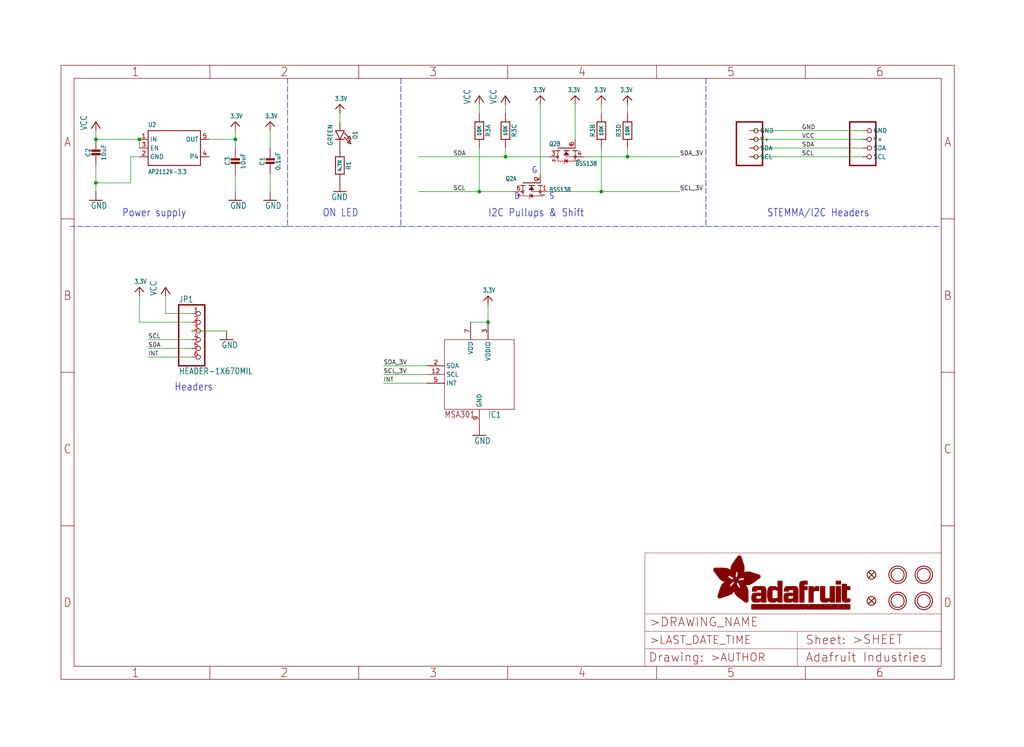
<source format=kicad_sch>
(kicad_sch (version 20211123) (generator eeschema)
  (paper "User" 298.45 217.881)
  (lib_symbols
    (symbol "schematicEagle-eagle-import:3.3V" (power)
      (property "Value" "3.3V" (at -1.524 1.016 0))
      (symbol "3.3V_1_0"
        (pin power_in line (at 0 -2.54 90) (length 2.54) (name "3.3V") (number "1"))
      )
    )
    (symbol "schematicEagle-eagle-import:CAP_CERAMIC0603_NO"
      (property "Reference" "C" (at -2.29 1.25 90))
      (property "Value" "CAP_CERAMIC0603_NO" (at 2.3 1.25 90))
      (symbol "CAP_CERAMIC0603_NO_1_0"
        (pin passive line (at 0 5.08 270) (length 2.54) (name "1") (number "1"))
        (pin passive line (at 0 -2.54 90) (length 2.54) (name "2") (number "2"))
      )
    )
    (symbol "schematicEagle-eagle-import:CAP_CERAMIC0805-NOOUTLINE"
      (property "Reference" "C" (at -2.29 1.25 90))
      (property "Value" "CAP_CERAMIC0805-NOOUTLINE" (at 2.3 1.25 90))
      (symbol "CAP_CERAMIC0805-NOOUTLINE_1_0"
        (pin passive line (at 0 5.08 270) (length 2.54) (name "1") (number "1"))
        (pin passive line (at 0 -2.54 90) (length 2.54) (name "2") (number "2"))
      )
    )
    (symbol "schematicEagle-eagle-import:FIDUCIAL_1MM")
    (symbol "schematicEagle-eagle-import:FRAME_A4_ADAFRUIT"
      (symbol "FRAME_A4_ADAFRUIT_0_0"
        (text "1" (at 21.6958 1.905 0) (effects (font (size 2.54 2.286))))
        (text "1" (at 21.6958 177.165 0) (effects (font (size 2.54 2.286))))
        (text "2" (at 65.0875 1.905 0) (effects (font (size 2.54 2.286))))
        (text "2" (at 65.0875 177.165 0) (effects (font (size 2.54 2.286))))
        (text "3" (at 108.4792 1.905 0) (effects (font (size 2.54 2.286))))
        (text "3" (at 108.4792 177.165 0) (effects (font (size 2.54 2.286))))
        (text "4" (at 151.8708 1.905 0) (effects (font (size 2.54 2.286))))
        (text "4" (at 151.8708 177.165 0) (effects (font (size 2.54 2.286))))
        (text "5" (at 195.2625 1.905 0) (effects (font (size 2.54 2.286))))
        (text "5" (at 195.2625 177.165 0) (effects (font (size 2.54 2.286))))
        (text "6" (at 238.6542 1.905 0) (effects (font (size 2.54 2.286))))
        (text "6" (at 238.6542 177.165 0) (effects (font (size 2.54 2.286))))
        (text "A" (at 1.905 156.6863 0) (effects (font (size 2.54 2.286))))
        (text "A" (at 258.445 156.6863 0) (effects (font (size 2.54 2.286))))
        (text "B" (at 1.905 111.9188 0) (effects (font (size 2.54 2.286))))
        (text "B" (at 258.445 111.9188 0) (effects (font (size 2.54 2.286))))
        (text "C" (at 1.905 67.1513 0) (effects (font (size 2.54 2.286))))
        (text "C" (at 258.445 67.1513 0) (effects (font (size 2.54 2.286))))
        (text "D" (at 1.905 22.3838 0) (effects (font (size 2.54 2.286))))
        (text "D" (at 258.445 22.3838 0) (effects (font (size 2.54 2.286))))
      )
      (symbol "FRAME_A4_ADAFRUIT_1_0"
        (text ">AUTHOR" (at 189.23 5.08 0) (effects (font (size 2.286 2.286)) (justify left bottom)))
        (text ">DRAWING_NAME" (at 171.45 15.24 0) (effects (font (size 2.54 2.54)) (justify left bottom)))
        (text ">LAST_DATE_TIME" (at 171.45 10.16 0) (effects (font (size 2.286 2.286)) (justify left bottom)))
        (text ">SHEET" (at 230.505 10.16 0) (effects (font (size 2.54 2.54)) (justify left bottom)))
        (text "Adafruit Industries" (at 216.916 4.953 0) (effects (font (size 2.54 2.54)) (justify left bottom)))
        (text "Drawing:" (at 171.196 4.953 0) (effects (font (size 2.54 2.54)) (justify left bottom)))
        (text "Sheet:" (at 216.916 10.033 0) (effects (font (size 2.54 2.54)) (justify left bottom)))
      )
    )
    (symbol "schematicEagle-eagle-import:GND" (power)
      (property "Value" "GND" (at -2.54 -2.54 0))
      (symbol "GND_1_0"
        (pin power_in line (at 0 2.54 270) (length 2.54) (name "GND") (number "1"))
      )
    )
    (symbol "schematicEagle-eagle-import:HEADER-1X670MIL"
      (property "Reference" "JP" (at -6.35 10.795 0))
      (property "Value" "HEADER-1X670MIL" (at -6.35 -10.16 0))
      (symbol "HEADER-1X670MIL_1_0"
        (pin passive inverted (at -2.54 7.62 0) (length 2.54) (name "1") (number "1"))
        (pin passive inverted (at -2.54 5.08 0) (length 2.54) (name "2") (number "2"))
        (pin passive inverted (at -2.54 2.54 0) (length 2.54) (name "3") (number "3"))
        (pin passive inverted (at -2.54 0 0) (length 2.54) (name "4") (number "4"))
        (pin passive inverted (at -2.54 -2.54 0) (length 2.54) (name "5") (number "5"))
        (pin passive inverted (at -2.54 -5.08 0) (length 2.54) (name "6") (number "6"))
      )
    )
    (symbol "schematicEagle-eagle-import:LED0603_NOOUTLINE"
      (property "Reference" "D" (at -1.27 4.445 0))
      (property "Value" "LED0603_NOOUTLINE" (at -1.27 -2.794 0))
      (symbol "LED0603_NOOUTLINE_1_0"
        (pin passive line (at -5.08 0 0) (length 2.54) (name "A") (number "A"))
        (pin passive line (at 2.54 0 180) (length 2.54) (name "C") (number "C"))
      )
    )
    (symbol "schematicEagle-eagle-import:MOSFET-N_DUAL"
      (property "Reference" "Q" (at 5.08 0.635 0))
      (property "Value" "MOSFET-N_DUAL" (at 5.08 -1.27 0))
      (symbol "MOSFET-N_DUAL_1_0"
        (text "D" (at 3.175 3.175 0) (effects (font (size 0.8128 0.6908)) (justify left bottom)))
        (text "G" (at -1.27 -1.905 0) (effects (font (size 0.8128 0.6908)) (justify left bottom)))
        (text "S" (at 3.175 -3.81 0) (effects (font (size 0.8128 0.6908)) (justify left bottom)))
        (pin bidirectional line (at 2.54 -5.08 90) (length 2.54) (name "S") (number "1"))
        (pin bidirectional line (at -2.54 -2.54 0) (length 2.54) (name "G") (number "2"))
        (pin bidirectional line (at 2.54 5.08 270) (length 2.54) (name "D") (number "6"))
      )
      (symbol "MOSFET-N_DUAL_2_0"
        (text "D" (at 3.175 3.175 0) (effects (font (size 0.8128 0.6908)) (justify left bottom)))
        (text "G" (at -1.27 -1.905 0) (effects (font (size 0.8128 0.6908)) (justify left bottom)))
        (text "S" (at 3.175 -3.81 0) (effects (font (size 0.8128 0.6908)) (justify left bottom)))
        (pin bidirectional line (at 2.54 5.08 270) (length 2.54) (name "D") (number "3"))
        (pin bidirectional line (at 2.54 -5.08 90) (length 2.54) (name "S") (number "4"))
        (pin bidirectional line (at -2.54 -2.54 0) (length 2.54) (name "G") (number "5"))
      )
    )
    (symbol "schematicEagle-eagle-import:MOUNTINGHOLE2.5")
    (symbol "schematicEagle-eagle-import:MSA301"
      (property "Reference" "IC" (at 2.54 -12.7 0))
      (symbol "MSA301_1_0"
        (text "MSA301" (at -10.16 -12.7 0) (effects (font (size 1.778 1.5113)) (justify left bottom)))
        (pin bidirectional line (at -15.24 0 0) (length 5.08) (name "SCL") (number "12"))
        (pin bidirectional line (at -15.24 2.54 0) (length 5.08) (name "SDA") (number "2"))
        (pin power_in line (at 2.54 15.24 270) (length 5.08) (name "VDDIO") (number "3"))
        (pin output line (at -15.24 -2.54 0) (length 5.08) (name "INT") (number "5"))
        (pin power_in line (at -2.54 15.24 270) (length 5.08) (name "VDD") (number "7"))
        (pin power_in line (at 0 -15.24 90) (length 5.08) (name "GND") (number "9"))
      )
    )
    (symbol "schematicEagle-eagle-import:RESISTOR_0603_NOOUT"
      (property "Reference" "R" (at 0 2.54 0))
      (property "Value" "RESISTOR_0603_NOOUT" (at 0 0 0))
      (symbol "RESISTOR_0603_NOOUT_1_0"
        (pin passive line (at -5.08 0 0) (length 2.54) (name "1") (number "1"))
        (pin passive line (at 5.08 0 180) (length 2.54) (name "2") (number "2"))
      )
    )
    (symbol "schematicEagle-eagle-import:RESISTOR_4PACK"
      (property "Reference" "R" (at 0 2.54 0))
      (property "Value" "RESISTOR_4PACK" (at 0 0 0))
      (symbol "RESISTOR_4PACK_1_0"
        (pin passive line (at -5.08 0 0) (length 2.54) (name "1") (number "1"))
        (pin passive line (at 5.08 0 180) (length 2.54) (name "2") (number "8"))
      )
      (symbol "RESISTOR_4PACK_2_0"
        (pin passive line (at -5.08 0 0) (length 2.54) (name "1") (number "2"))
        (pin passive line (at 5.08 0 180) (length 2.54) (name "2") (number "7"))
      )
      (symbol "RESISTOR_4PACK_3_0"
        (pin passive line (at -5.08 0 0) (length 2.54) (name "1") (number "3"))
        (pin passive line (at 5.08 0 180) (length 2.54) (name "2") (number "6"))
      )
      (symbol "RESISTOR_4PACK_4_0"
        (pin passive line (at -5.08 0 0) (length 2.54) (name "1") (number "4"))
        (pin passive line (at 5.08 0 180) (length 2.54) (name "2") (number "5"))
      )
    )
    (symbol "schematicEagle-eagle-import:STEMMA_I2C_QT"
      (symbol "STEMMA_I2C_QT_1_0"
        (pin passive inverted (at 0 5.08 0) (length 2.54) (name "GND") (number "1"))
        (pin passive inverted (at 0 2.54 0) (length 2.54) (name "V+") (number "2"))
        (pin passive inverted (at 0 0 0) (length 2.54) (name "SDA") (number "3"))
        (pin passive inverted (at 0 -2.54 0) (length 2.54) (name "SCL") (number "4"))
      )
      (symbol "STEMMA_I2C_QT_2_0"
        (pin bidirectional line (at 0 0 0) (length 5.08) (name "MT") (number "MT1"))
      )
      (symbol "STEMMA_I2C_QT_3_0"
        (pin bidirectional line (at 0 0 0) (length 5.08) (name "MT") (number "MT2"))
      )
    )
    (symbol "schematicEagle-eagle-import:VCC" (power)
      (property "Value" "VCC" (at -2.54 -2.54 90))
      (symbol "VCC_1_0"
        (pin power_in line (at 0 -2.54 90) (length 2.54) (name "VCC") (number "1"))
      )
    )
    (symbol "schematicEagle-eagle-import:VREG_SOT23-5"
      (property "Reference" "U" (at -7.62 6.096 0))
      (property "Value" "VREG_SOT23-5" (at -7.62 -7.62 0))
      (symbol "VREG_SOT23-5_1_0"
        (pin power_in line (at -10.16 2.54 0) (length 2.54) (name "IN") (number "1"))
        (pin power_in line (at -10.16 -2.54 0) (length 2.54) (name "GND") (number "2"))
        (pin input line (at -10.16 0 0) (length 2.54) (name "EN") (number "3"))
        (pin bidirectional line (at 10.16 -2.54 180) (length 2.54) (name "P4") (number "4"))
        (pin power_in line (at 10.16 2.54 180) (length 2.54) (name "OUT") (number "5"))
      )
    )
  )
  (junction (at 147.32 45.72))
  (junction (at 27.94 53.34))
  (junction (at 175.26 55.88))
  (junction (at 40.64 40.64))
  (junction (at 68.58 40.64))
  (junction (at 142.24 93.98))
  (junction (at 139.7 55.88))
  (junction (at 27.94 40.64))
  (junction (at 182.88 45.72))
  (wire (pts (xy 40.64 40.64) (xy 27.94 40.64)))
  (wire (pts (xy 68.58 40.64) (xy 68.58 38.1)))
  (wire (pts (xy 55.88 96.52) (xy 66.04 96.52)))
  (wire (pts (xy 124.46 106.68) (xy 111.76 106.68)))
  (wire (pts (xy 175.26 33.02) (xy 175.26 30.48)))
  (wire (pts (xy 251.46 38.1) (xy 218.44 38.1)))
  (polyline (pts (xy 116.84 22.86) (xy 116.84 66.04)))
  (wire (pts (xy 124.46 111.76) (xy 111.76 111.76)))
  (wire (pts (xy 40.64 45.72) (xy 38.1 45.72)))
  (wire (pts (xy 139.7 43.18) (xy 139.7 55.88)))
  (wire (pts (xy 68.58 50.8) (xy 68.58 55.88)))
  (wire (pts (xy 149.86 55.88) (xy 139.7 55.88)))
  (wire (pts (xy 55.88 93.98) (xy 40.64 93.98)))
  (polyline (pts (xy 83.82 22.86) (xy 83.82 66.04)))
  (wire (pts (xy 27.94 53.34) (xy 27.94 55.88)))
  (wire (pts (xy 147.32 33.02) (xy 147.32 30.48)))
  (wire (pts (xy 147.32 43.18) (xy 147.32 45.72)))
  (wire (pts (xy 147.32 45.72) (xy 121.92 45.72)))
  (wire (pts (xy 40.64 93.98) (xy 40.64 86.36)))
  (wire (pts (xy 139.7 30.48) (xy 139.7 33.02)))
  (polyline (pts (xy 20.32 66.04) (xy 83.82 66.04)))
  (polyline (pts (xy 83.82 66.04) (xy 116.84 66.04)))
  (wire (pts (xy 175.26 55.88) (xy 198.12 55.88)))
  (wire (pts (xy 182.88 43.18) (xy 182.88 45.72)))
  (wire (pts (xy 48.26 91.44) (xy 48.26 86.36)))
  (polyline (pts (xy 205.74 22.86) (xy 205.74 66.04)))
  (wire (pts (xy 160.02 55.88) (xy 175.26 55.88)))
  (wire (pts (xy 68.58 40.64) (xy 68.58 43.18)))
  (wire (pts (xy 218.44 45.72) (xy 251.46 45.72)))
  (wire (pts (xy 139.7 55.88) (xy 121.92 55.88)))
  (wire (pts (xy 60.96 40.64) (xy 68.58 40.64)))
  (wire (pts (xy 27.94 53.34) (xy 27.94 48.26)))
  (wire (pts (xy 175.26 43.18) (xy 175.26 55.88)))
  (wire (pts (xy 27.94 38.1) (xy 27.94 40.64)))
  (wire (pts (xy 55.88 91.44) (xy 48.26 91.44)))
  (wire (pts (xy 38.1 45.72) (xy 38.1 53.34)))
  (wire (pts (xy 40.64 43.18) (xy 40.64 40.64)))
  (polyline (pts (xy 205.74 66.04) (xy 274.32 66.04)))
  (wire (pts (xy 99.06 35.56) (xy 99.06 33.02)))
  (wire (pts (xy 170.18 45.72) (xy 182.88 45.72)))
  (wire (pts (xy 160.02 45.72) (xy 147.32 45.72)))
  (wire (pts (xy 111.76 109.22) (xy 124.46 109.22)))
  (wire (pts (xy 55.88 101.6) (xy 43.18 101.6)))
  (polyline (pts (xy 116.84 66.04) (xy 205.74 66.04)))
  (wire (pts (xy 157.48 50.8) (xy 157.48 30.48)))
  (wire (pts (xy 78.74 38.1) (xy 78.74 43.18)))
  (wire (pts (xy 137.16 93.98) (xy 142.24 93.98)))
  (wire (pts (xy 78.74 50.8) (xy 78.74 55.88)))
  (wire (pts (xy 38.1 53.34) (xy 27.94 53.34)))
  (wire (pts (xy 142.24 93.98) (xy 142.24 88.9)))
  (wire (pts (xy 218.44 40.64) (xy 251.46 40.64)))
  (wire (pts (xy 182.88 33.02) (xy 182.88 30.48)))
  (wire (pts (xy 55.88 104.14) (xy 43.18 104.14)))
  (wire (pts (xy 251.46 43.18) (xy 218.44 43.18)))
  (wire (pts (xy 55.88 99.06) (xy 43.18 99.06)))
  (wire (pts (xy 167.64 40.64) (xy 167.64 30.48)))
  (wire (pts (xy 182.88 45.72) (xy 198.12 45.72)))
  (text "I2C Pullups & Shift" (at 142.24 63.5 180) (effects (font (size 2.1844 1.8567)) (justify left bottom)))
  (text "S" (at 160.02 58.42 180) (effects (font (size 1.778 1.5113)) (justify left bottom)))
  (text "Power supply" (at 35.56 63.5 180) (effects (font (size 2.1844 1.8567)) (justify left bottom)))
  (text "STEMMA/I2C Headers" (at 223.52 63.5 180) (effects (font (size 2.1844 1.8567)) (justify left bottom)))
  (text "ON LED" (at 93.98 63.5 180) (effects (font (size 2.1844 1.8567)) (justify left bottom)))
  (text "Headers" (at 50.8 114.3 180) (effects (font (size 2.1844 1.8567)) (justify left bottom)))
  (text "D" (at 149.86 58.42 180) (effects (font (size 1.778 1.5113)) (justify left bottom)))
  (text "G" (at 154.94 50.8 180) (effects (font (size 1.778 1.5113)) (justify left bottom)))
  (label "INT" (at 111.76 111.76 0) (effects (font (size 1.2446 1.2446))))
  (label "SCL" (at 233.68 45.72 0) (effects (font (size 1.2446 1.2446))))
  (label "SCL_3V" (at 198.12 55.88 0) (effects (font (size 1.2446 1.2446))))
  (label "VCC" (at 233.68 40.64 0) (effects (font (size 1.2446 1.2446))))
  (label "SDA_3V" (at 111.76 106.68 0) (effects (font (size 1.2446 1.2446))))
  (label "SDA" (at 132.08 45.72 0) (effects (font (size 1.2446 1.2446))))
  (label "INT" (at 43.18 104.14 0) (effects (font (size 1.2446 1.2446))))
  (label "SDA_3V" (at 198.12 45.72 0) (effects (font (size 1.2446 1.2446))))
  (label "SCL" (at 132.08 55.88 0) (effects (font (size 1.2446 1.2446))))
  (label "SDA" (at 43.18 101.6 0) (effects (font (size 1.2446 1.2446))))
  (label "SCL" (at 43.18 99.06 0) (effects (font (size 1.2446 1.2446))))
  (label "SDA" (at 233.68 43.18 0) (effects (font (size 1.2446 1.2446))))
  (label "GND" (at 233.68 38.1 0) (effects (font (size 1.2446 1.2446))))
  (label "SCL_3V" (at 111.76 109.22 0) (effects (font (size 1.2446 1.2446))))
  (symbol (lib_id "schematicEagle-eagle-import:GND") (at 139.7 127 0) (unit 1)
    (property "Reference" "#U$11" (effects hide))
    (property "Value" "GND" (at 138.176 129.54 0) (effects (font (size 1.778 1.5113)) (justify left bottom)))
    (property "Footprint" "schematicEagle:" (effects hide))
  )
  (symbol (lib_id "schematicEagle-eagle-import:MOUNTINGHOLE2.5") (at 261.62 175.26 0) (unit 1)
    (property "Reference" "U$1" (effects hide))
    (property "Value" "MOUNTINGHOLE2.5" (effects hide))
    (property "Footprint" "schematicEagle:MOUNTINGHOLE_2.5_PLATED" (effects hide))
  )
  (symbol (lib_id "schematicEagle-eagle-import:RESISTOR_4PACK") (at 147.32 38.1 270) (unit 3)
    (property "Reference" "R3" (at 149.86 38.1 0))
    (property "Value" "10K" (at 147.32 38.1 0) (effects (font (size 1.016 1.016) bold)))
    (property "Footprint" "schematicEagle:RESPACK_4X0603" (effects hide))
  )
  (symbol (lib_id "schematicEagle-eagle-import:RESISTOR_4PACK") (at 175.26 38.1 90) (mirror x) (unit 2)
    (property "Reference" "R3" (at 172.72 38.1 0))
    (property "Value" "10K" (at 175.26 38.1 0) (effects (font (size 1.016 1.016) bold)))
    (property "Footprint" "schematicEagle:RESPACK_4X0603" (effects hide))
  )
  (symbol (lib_id "schematicEagle-eagle-import:RESISTOR_4PACK") (at 139.7 38.1 270) (unit 1)
    (property "Reference" "R3" (at 142.24 38.1 0))
    (property "Value" "10K" (at 139.7 38.1 0) (effects (font (size 1.016 1.016) bold)))
    (property "Footprint" "schematicEagle:RESPACK_4X0603" (effects hide))
  )
  (symbol (lib_id "schematicEagle-eagle-import:3.3V") (at 175.26 27.94 0) (mirror y) (unit 1)
    (property "Reference" "#U$24" (effects hide))
    (property "Value" "3.3V" (at 176.784 26.924 0) (effects (font (size 1.27 1.0795)) (justify left bottom)))
    (property "Footprint" "schematicEagle:" (effects hide))
  )
  (symbol (lib_id "schematicEagle-eagle-import:VCC") (at 27.94 35.56 0) (unit 1)
    (property "Reference" "#P+3" (effects hide))
    (property "Value" "VCC" (at 25.4 38.1 90) (effects (font (size 1.778 1.5113)) (justify left bottom)))
    (property "Footprint" "schematicEagle:" (effects hide))
  )
  (symbol (lib_id "schematicEagle-eagle-import:3.3V") (at 99.06 30.48 0) (unit 1)
    (property "Reference" "#U$3" (effects hide))
    (property "Value" "3.3V" (at 97.536 29.464 0) (effects (font (size 1.27 1.0795)) (justify left bottom)))
    (property "Footprint" "schematicEagle:" (effects hide))
  )
  (symbol (lib_id "schematicEagle-eagle-import:3.3V") (at 68.58 35.56 0) (unit 1)
    (property "Reference" "#U$15" (effects hide))
    (property "Value" "3.3V" (at 67.056 34.544 0) (effects (font (size 1.27 1.0795)) (justify left bottom)))
    (property "Footprint" "schematicEagle:" (effects hide))
  )
  (symbol (lib_id "schematicEagle-eagle-import:VCC") (at 48.26 83.82 0) (unit 1)
    (property "Reference" "#P+4" (effects hide))
    (property "Value" "VCC" (at 45.72 86.36 90) (effects (font (size 1.778 1.5113)) (justify left bottom)))
    (property "Footprint" "schematicEagle:" (effects hide))
  )
  (symbol (lib_id "schematicEagle-eagle-import:CAP_CERAMIC0805-NOOUTLINE") (at 27.94 45.72 0) (unit 1)
    (property "Reference" "C2" (at 25.65 44.47 90))
    (property "Value" "10uF" (at 30.24 44.47 90))
    (property "Footprint" "schematicEagle:0805-NO" (effects hide))
  )
  (symbol (lib_id "schematicEagle-eagle-import:GND") (at 78.74 58.42 0) (unit 1)
    (property "Reference" "#U$6" (effects hide))
    (property "Value" "GND" (at 77.216 60.96 0) (effects (font (size 1.778 1.5113)) (justify left bottom)))
    (property "Footprint" "schematicEagle:" (effects hide))
  )
  (symbol (lib_id "schematicEagle-eagle-import:VCC") (at 139.7 27.94 0) (unit 1)
    (property "Reference" "#P+1" (effects hide))
    (property "Value" "VCC" (at 137.16 30.48 90) (effects (font (size 1.778 1.5113)) (justify left bottom)))
    (property "Footprint" "schematicEagle:" (effects hide))
  )
  (symbol (lib_id "schematicEagle-eagle-import:MOUNTINGHOLE2.5") (at 261.62 167.64 0) (unit 1)
    (property "Reference" "U$17" (effects hide))
    (property "Value" "MOUNTINGHOLE2.5" (effects hide))
    (property "Footprint" "schematicEagle:MOUNTINGHOLE_2.5_PLATED" (effects hide))
  )
  (symbol (lib_id "schematicEagle-eagle-import:GND") (at 68.58 58.42 0) (unit 1)
    (property "Reference" "#U$5" (effects hide))
    (property "Value" "GND" (at 67.056 60.96 0) (effects (font (size 1.778 1.5113)) (justify left bottom)))
    (property "Footprint" "schematicEagle:" (effects hide))
  )
  (symbol (lib_id "schematicEagle-eagle-import:FIDUCIAL_1MM") (at 254 175.26 0) (unit 1)
    (property "Reference" "FID3" (effects hide))
    (property "Value" "FIDUCIAL_1MM" (effects hide))
    (property "Footprint" "schematicEagle:FIDUCIAL_1MM" (effects hide))
  )
  (symbol (lib_id "schematicEagle-eagle-import:CAP_CERAMIC0805-NOOUTLINE") (at 68.58 48.26 0) (unit 1)
    (property "Reference" "C3" (at 66.29 47.01 90))
    (property "Value" "10uF" (at 70.88 47.01 90))
    (property "Footprint" "schematicEagle:0805-NO" (effects hide))
  )
  (symbol (lib_id "schematicEagle-eagle-import:3.3V") (at 182.88 27.94 0) (mirror y) (unit 1)
    (property "Reference" "#U$7" (effects hide))
    (property "Value" "3.3V" (at 184.404 26.924 0) (effects (font (size 1.27 1.0795)) (justify left bottom)))
    (property "Footprint" "schematicEagle:" (effects hide))
  )
  (symbol (lib_id "schematicEagle-eagle-import:MSA301") (at 139.7 109.22 0) (unit 1)
    (property "Reference" "IC1" (at 142.24 121.92 0) (effects (font (size 1.778 1.5113)) (justify left bottom)))
    (property "Value" "MSA301" (effects hide))
    (property "Footprint" "schematicEagle:LGA12_2X2MM" (effects hide))
  )
  (symbol (lib_id "schematicEagle-eagle-import:3.3V") (at 78.74 35.56 0) (unit 1)
    (property "Reference" "#U$14" (effects hide))
    (property "Value" "3.3V" (at 77.216 34.544 0) (effects (font (size 1.27 1.0795)) (justify left bottom)))
    (property "Footprint" "schematicEagle:" (effects hide))
  )
  (symbol (lib_id "schematicEagle-eagle-import:MOUNTINGHOLE2.5") (at 269.24 167.64 0) (unit 1)
    (property "Reference" "U$19" (effects hide))
    (property "Value" "MOUNTINGHOLE2.5" (effects hide))
    (property "Footprint" "schematicEagle:MOUNTINGHOLE_2.5_PLATED" (effects hide))
  )
  (symbol (lib_id "schematicEagle-eagle-import:GND") (at 66.04 99.06 0) (unit 1)
    (property "Reference" "#U$10" (effects hide))
    (property "Value" "GND" (at 64.516 101.6 0) (effects (font (size 1.778 1.5113)) (justify left bottom)))
    (property "Footprint" "schematicEagle:" (effects hide))
  )
  (symbol (lib_id "schematicEagle-eagle-import:LED0603_NOOUTLINE") (at 99.06 40.64 270) (unit 1)
    (property "Reference" "D1" (at 103.505 39.37 0))
    (property "Value" "GREEN" (at 96.266 39.37 0))
    (property "Footprint" "schematicEagle:CHIPLED_0603_NOOUTLINE" (effects hide))
  )
  (symbol (lib_id "schematicEagle-eagle-import:RESISTOR_0603_NOOUT") (at 99.06 48.26 270) (unit 1)
    (property "Reference" "R1" (at 101.6 48.26 0))
    (property "Value" "4.7K" (at 99.06 48.26 0) (effects (font (size 1.016 1.016) bold)))
    (property "Footprint" "schematicEagle:0603-NO" (effects hide))
  )
  (symbol (lib_id "schematicEagle-eagle-import:VCC") (at 147.32 27.94 0) (unit 1)
    (property "Reference" "#P+2" (effects hide))
    (property "Value" "VCC" (at 144.78 30.48 90) (effects (font (size 1.778 1.5113)) (justify left bottom)))
    (property "Footprint" "schematicEagle:" (effects hide))
  )
  (symbol (lib_id "schematicEagle-eagle-import:3.3V") (at 157.48 27.94 0) (mirror y) (unit 1)
    (property "Reference" "#U$26" (effects hide))
    (property "Value" "3.3V" (at 159.004 26.924 0) (effects (font (size 1.27 1.0795)) (justify left bottom)))
    (property "Footprint" "schematicEagle:" (effects hide))
  )
  (symbol (lib_id "schematicEagle-eagle-import:CAP_CERAMIC0603_NO") (at 78.74 48.26 0) (unit 1)
    (property "Reference" "C1" (at 76.45 47.01 90))
    (property "Value" "0.1uF" (at 81.04 47.01 90))
    (property "Footprint" "schematicEagle:0603-NO" (effects hide))
  )
  (symbol (lib_id "schematicEagle-eagle-import:3.3V") (at 142.24 86.36 0) (unit 1)
    (property "Reference" "#U$2" (effects hide))
    (property "Value" "3.3V" (at 140.716 85.344 0) (effects (font (size 1.27 1.0795)) (justify left bottom)))
    (property "Footprint" "schematicEagle:" (effects hide))
  )
  (symbol (lib_id "schematicEagle-eagle-import:VREG_SOT23-5") (at 50.8 43.18 0) (unit 1)
    (property "Reference" "U2" (at 43.18 37.084 0) (effects (font (size 1.27 1.0795)) (justify left bottom)))
    (property "Value" "AP2112K-3.3" (at 43.18 50.8 0) (effects (font (size 1.27 1.0795)) (justify left bottom)))
    (property "Footprint" "schematicEagle:SOT23-5" (effects hide))
  )
  (symbol (lib_id "schematicEagle-eagle-import:FRAME_A4_ADAFRUIT") (at 17.78 198.12 0) (unit 1)
    (property "Reference" "#U$18" (effects hide))
    (property "Value" "FRAME_A4_ADAFRUIT" (effects hide))
    (property "Footprint" "schematicEagle:" (effects hide))
  )
  (symbol (lib_id "schematicEagle-eagle-import:STEMMA_I2C_QT") (at 218.44 43.18 0) (unit 1)
    (property "Reference" "CONN3" (effects hide))
    (property "Value" "STEMMA_I2C_QT" (effects hide))
    (property "Footprint" "schematicEagle:JST_SH4" (effects hide))
  )
  (symbol (lib_id "schematicEagle-eagle-import:GND") (at 27.94 58.42 0) (unit 1)
    (property "Reference" "#U$13" (effects hide))
    (property "Value" "GND" (at 26.416 60.96 0) (effects (font (size 1.778 1.5113)) (justify left bottom)))
    (property "Footprint" "schematicEagle:" (effects hide))
  )
  (symbol (lib_id "schematicEagle-eagle-import:3.3V") (at 40.64 83.82 0) (unit 1)
    (property "Reference" "#U$16" (effects hide))
    (property "Value" "3.3V" (at 39.116 82.804 0) (effects (font (size 1.27 1.0795)) (justify left bottom)))
    (property "Footprint" "schematicEagle:" (effects hide))
  )
  (symbol (lib_id "schematicEagle-eagle-import:MOSFET-N_DUAL") (at 154.94 53.34 90) (mirror x) (unit 1)
    (property "Reference" "Q2" (at 147.32 51.435 90) (effects (font (size 1.27 1.0795)) (justify right top)))
    (property "Value" "BSS138" (at 160.02 54.61 90) (effects (font (size 1.27 1.0795)) (justify right top)))
    (property "Footprint" "schematicEagle:SOT363" (effects hide))
  )
  (symbol (lib_id "schematicEagle-eagle-import:MOUNTINGHOLE2.5") (at 269.24 175.26 0) (unit 1)
    (property "Reference" "U$21" (effects hide))
    (property "Value" "MOUNTINGHOLE2.5" (effects hide))
    (property "Footprint" "schematicEagle:MOUNTINGHOLE_2.5_PLATED" (effects hide))
  )
  (symbol (lib_id "schematicEagle-eagle-import:MOSFET-N_DUAL") (at 165.1 43.18 90) (mirror x) (unit 2)
    (property "Reference" "Q2" (at 160.02 41.275 90) (effects (font (size 1.27 1.0795)) (justify right top)))
    (property "Value" "BSS138" (at 167.64 46.99 90) (effects (font (size 1.27 1.0795)) (justify right top)))
    (property "Footprint" "schematicEagle:SOT363" (effects hide))
  )
  (symbol (lib_id "schematicEagle-eagle-import:GND") (at 99.06 55.88 0) (unit 1)
    (property "Reference" "#GND6" (effects hide))
    (property "Value" "GND" (at 96.52 58.42 0) (effects (font (size 1.778 1.5113)) (justify left bottom)))
    (property "Footprint" "schematicEagle:" (effects hide))
  )
  (symbol (lib_id "schematicEagle-eagle-import:RESISTOR_4PACK") (at 182.88 38.1 90) (mirror x) (unit 4)
    (property "Reference" "R3" (at 180.34 38.1 0))
    (property "Value" "10K" (at 182.88 38.1 0) (effects (font (size 1.016 1.016) bold)))
    (property "Footprint" "schematicEagle:RESPACK_4X0603" (effects hide))
  )
  (symbol (lib_id "schematicEagle-eagle-import:HEADER-1X670MIL") (at 58.42 99.06 0) (unit 1)
    (property "Reference" "JP1" (at 52.07 88.265 0) (effects (font (size 1.778 1.5113)) (justify left bottom)))
    (property "Value" "HEADER-1X670MIL" (at 52.07 109.22 0) (effects (font (size 1.778 1.5113)) (justify left bottom)))
    (property "Footprint" "schematicEagle:1X06_ROUND_70" (effects hide))
  )
  (symbol (lib_id "schematicEagle-eagle-import:STEMMA_I2C_QT") (at 251.46 43.18 0) (unit 1)
    (property "Reference" "CONN4" (effects hide))
    (property "Value" "STEMMA_I2C_QT" (effects hide))
    (property "Footprint" "schematicEagle:JST_SH4" (effects hide))
  )
  (symbol (lib_id "schematicEagle-eagle-import:FIDUCIAL_1MM") (at 254 167.64 0) (unit 1)
    (property "Reference" "FID4" (effects hide))
    (property "Value" "FIDUCIAL_1MM" (effects hide))
    (property "Footprint" "schematicEagle:FIDUCIAL_1MM" (effects hide))
  )
  (symbol (lib_id "schematicEagle-eagle-import:3.3V") (at 167.64 27.94 0) (mirror y) (unit 1)
    (property "Reference" "#U$23" (effects hide))
    (property "Value" "3.3V" (at 169.164 26.924 0) (effects (font (size 1.27 1.0795)) (justify left bottom)))
    (property "Footprint" "schematicEagle:" (effects hide))
  )
)
</source>
